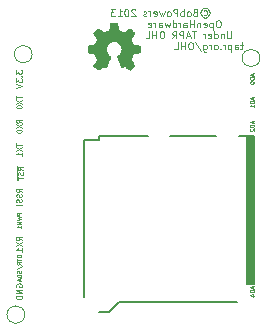
<source format=gbo>
G04 (created by PCBNEW (2013-mar-13)-testing) date Fri 18 Oct 2013 15:59:19 EST*
%MOIN*%
G04 Gerber Fmt 3.4, Leading zero omitted, Abs format*
%FSLAX34Y34*%
G01*
G70*
G90*
G04 APERTURE LIST*
%ADD10C,0.003937*%
%ADD11C,0.000100*%
%ADD12C,0.007000*%
%ADD13C,0.003445*%
%ADD14C,0.002953*%
%ADD15C,0.004921*%
G04 APERTURE END LIST*
G54D10*
X7378Y10580D02*
X7401Y10592D01*
X7446Y10592D01*
X7468Y10580D01*
X7491Y10558D01*
X7502Y10535D01*
X7502Y10491D01*
X7491Y10468D01*
X7468Y10446D01*
X7446Y10434D01*
X7401Y10434D01*
X7378Y10446D01*
X7423Y10670D02*
X7479Y10659D01*
X7535Y10625D01*
X7569Y10569D01*
X7580Y10513D01*
X7569Y10457D01*
X7535Y10401D01*
X7479Y10367D01*
X7423Y10356D01*
X7367Y10367D01*
X7311Y10401D01*
X7277Y10457D01*
X7266Y10513D01*
X7277Y10569D01*
X7311Y10625D01*
X7367Y10659D01*
X7423Y10670D01*
X7086Y10524D02*
X7052Y10513D01*
X7041Y10502D01*
X7029Y10479D01*
X7029Y10446D01*
X7041Y10423D01*
X7052Y10412D01*
X7074Y10401D01*
X7164Y10401D01*
X7164Y10637D01*
X7086Y10637D01*
X7063Y10625D01*
X7052Y10614D01*
X7041Y10592D01*
X7041Y10569D01*
X7052Y10547D01*
X7063Y10535D01*
X7086Y10524D01*
X7164Y10524D01*
X6894Y10401D02*
X6917Y10412D01*
X6928Y10423D01*
X6939Y10446D01*
X6939Y10513D01*
X6928Y10535D01*
X6917Y10547D01*
X6894Y10558D01*
X6861Y10558D01*
X6838Y10547D01*
X6827Y10535D01*
X6816Y10513D01*
X6816Y10446D01*
X6827Y10423D01*
X6838Y10412D01*
X6861Y10401D01*
X6894Y10401D01*
X6714Y10401D02*
X6714Y10637D01*
X6714Y10547D02*
X6692Y10558D01*
X6647Y10558D01*
X6624Y10547D01*
X6613Y10535D01*
X6602Y10513D01*
X6602Y10446D01*
X6613Y10423D01*
X6624Y10412D01*
X6647Y10401D01*
X6692Y10401D01*
X6714Y10412D01*
X6501Y10401D02*
X6501Y10637D01*
X6411Y10637D01*
X6388Y10625D01*
X6377Y10614D01*
X6366Y10592D01*
X6366Y10558D01*
X6377Y10535D01*
X6388Y10524D01*
X6411Y10513D01*
X6501Y10513D01*
X6231Y10401D02*
X6253Y10412D01*
X6264Y10423D01*
X6276Y10446D01*
X6276Y10513D01*
X6264Y10535D01*
X6253Y10547D01*
X6231Y10558D01*
X6197Y10558D01*
X6174Y10547D01*
X6163Y10535D01*
X6152Y10513D01*
X6152Y10446D01*
X6163Y10423D01*
X6174Y10412D01*
X6197Y10401D01*
X6231Y10401D01*
X6073Y10558D02*
X6028Y10401D01*
X5983Y10513D01*
X5938Y10401D01*
X5893Y10558D01*
X5713Y10412D02*
X5736Y10401D01*
X5781Y10401D01*
X5803Y10412D01*
X5814Y10434D01*
X5814Y10524D01*
X5803Y10547D01*
X5781Y10558D01*
X5736Y10558D01*
X5713Y10547D01*
X5702Y10524D01*
X5702Y10502D01*
X5814Y10479D01*
X5601Y10401D02*
X5601Y10558D01*
X5601Y10513D02*
X5589Y10535D01*
X5578Y10547D01*
X5556Y10558D01*
X5533Y10558D01*
X5466Y10412D02*
X5443Y10401D01*
X5398Y10401D01*
X5376Y10412D01*
X5365Y10434D01*
X5365Y10446D01*
X5376Y10468D01*
X5398Y10479D01*
X5432Y10479D01*
X5455Y10491D01*
X5466Y10513D01*
X5466Y10524D01*
X5455Y10547D01*
X5432Y10558D01*
X5398Y10558D01*
X5376Y10547D01*
X5095Y10614D02*
X5083Y10625D01*
X5061Y10637D01*
X5005Y10637D01*
X4982Y10625D01*
X4971Y10614D01*
X4960Y10592D01*
X4960Y10569D01*
X4971Y10535D01*
X5106Y10401D01*
X4960Y10401D01*
X4813Y10637D02*
X4791Y10637D01*
X4768Y10625D01*
X4757Y10614D01*
X4746Y10592D01*
X4735Y10547D01*
X4735Y10491D01*
X4746Y10446D01*
X4757Y10423D01*
X4768Y10412D01*
X4791Y10401D01*
X4813Y10401D01*
X4836Y10412D01*
X4847Y10423D01*
X4858Y10446D01*
X4870Y10491D01*
X4870Y10547D01*
X4858Y10592D01*
X4847Y10614D01*
X4836Y10625D01*
X4813Y10637D01*
X4510Y10401D02*
X4645Y10401D01*
X4577Y10401D02*
X4577Y10637D01*
X4600Y10603D01*
X4622Y10580D01*
X4645Y10569D01*
X4431Y10637D02*
X4285Y10637D01*
X4363Y10547D01*
X4330Y10547D01*
X4307Y10535D01*
X4296Y10524D01*
X4285Y10502D01*
X4285Y10446D01*
X4296Y10423D01*
X4307Y10412D01*
X4330Y10401D01*
X4397Y10401D01*
X4420Y10412D01*
X4431Y10423D01*
X7884Y10267D02*
X7839Y10267D01*
X7817Y10255D01*
X7794Y10233D01*
X7783Y10188D01*
X7783Y10109D01*
X7794Y10064D01*
X7817Y10042D01*
X7839Y10030D01*
X7884Y10030D01*
X7907Y10042D01*
X7929Y10064D01*
X7940Y10109D01*
X7940Y10188D01*
X7929Y10233D01*
X7907Y10255D01*
X7884Y10267D01*
X7682Y10188D02*
X7682Y9952D01*
X7682Y10177D02*
X7659Y10188D01*
X7614Y10188D01*
X7592Y10177D01*
X7580Y10165D01*
X7569Y10143D01*
X7569Y10075D01*
X7580Y10053D01*
X7592Y10042D01*
X7614Y10030D01*
X7659Y10030D01*
X7682Y10042D01*
X7378Y10042D02*
X7401Y10030D01*
X7446Y10030D01*
X7468Y10042D01*
X7479Y10064D01*
X7479Y10154D01*
X7468Y10177D01*
X7446Y10188D01*
X7401Y10188D01*
X7378Y10177D01*
X7367Y10154D01*
X7367Y10132D01*
X7479Y10109D01*
X7266Y10188D02*
X7266Y10030D01*
X7266Y10165D02*
X7254Y10177D01*
X7232Y10188D01*
X7198Y10188D01*
X7176Y10177D01*
X7164Y10154D01*
X7164Y10030D01*
X7052Y10030D02*
X7052Y10267D01*
X7052Y10154D02*
X6917Y10154D01*
X6917Y10030D02*
X6917Y10267D01*
X6703Y10030D02*
X6703Y10154D01*
X6714Y10177D01*
X6737Y10188D01*
X6782Y10188D01*
X6804Y10177D01*
X6703Y10042D02*
X6726Y10030D01*
X6782Y10030D01*
X6804Y10042D01*
X6816Y10064D01*
X6816Y10087D01*
X6804Y10109D01*
X6782Y10120D01*
X6726Y10120D01*
X6703Y10132D01*
X6591Y10030D02*
X6591Y10188D01*
X6591Y10143D02*
X6579Y10165D01*
X6568Y10177D01*
X6546Y10188D01*
X6523Y10188D01*
X6343Y10030D02*
X6343Y10267D01*
X6343Y10042D02*
X6366Y10030D01*
X6411Y10030D01*
X6433Y10042D01*
X6444Y10053D01*
X6456Y10075D01*
X6456Y10143D01*
X6444Y10165D01*
X6433Y10177D01*
X6411Y10188D01*
X6366Y10188D01*
X6343Y10177D01*
X6253Y10188D02*
X6208Y10030D01*
X6163Y10143D01*
X6118Y10030D01*
X6073Y10188D01*
X5882Y10030D02*
X5882Y10154D01*
X5893Y10177D01*
X5916Y10188D01*
X5961Y10188D01*
X5983Y10177D01*
X5882Y10042D02*
X5904Y10030D01*
X5961Y10030D01*
X5983Y10042D01*
X5994Y10064D01*
X5994Y10087D01*
X5983Y10109D01*
X5961Y10120D01*
X5904Y10120D01*
X5882Y10132D01*
X5769Y10030D02*
X5769Y10188D01*
X5769Y10143D02*
X5758Y10165D01*
X5747Y10177D01*
X5724Y10188D01*
X5702Y10188D01*
X5533Y10042D02*
X5556Y10030D01*
X5601Y10030D01*
X5623Y10042D01*
X5634Y10064D01*
X5634Y10154D01*
X5623Y10177D01*
X5601Y10188D01*
X5556Y10188D01*
X5533Y10177D01*
X5522Y10154D01*
X5522Y10132D01*
X5634Y10109D01*
X8289Y9897D02*
X8289Y9705D01*
X8278Y9683D01*
X8267Y9672D01*
X8244Y9660D01*
X8199Y9660D01*
X8177Y9672D01*
X8165Y9683D01*
X8154Y9705D01*
X8154Y9897D01*
X8042Y9818D02*
X8042Y9660D01*
X8042Y9795D02*
X8030Y9807D01*
X8008Y9818D01*
X7974Y9818D01*
X7952Y9807D01*
X7940Y9784D01*
X7940Y9660D01*
X7727Y9660D02*
X7727Y9897D01*
X7727Y9672D02*
X7749Y9660D01*
X7794Y9660D01*
X7817Y9672D01*
X7828Y9683D01*
X7839Y9705D01*
X7839Y9773D01*
X7828Y9795D01*
X7817Y9807D01*
X7794Y9818D01*
X7749Y9818D01*
X7727Y9807D01*
X7524Y9672D02*
X7547Y9660D01*
X7592Y9660D01*
X7614Y9672D01*
X7625Y9694D01*
X7625Y9784D01*
X7614Y9807D01*
X7592Y9818D01*
X7547Y9818D01*
X7524Y9807D01*
X7513Y9784D01*
X7513Y9762D01*
X7625Y9739D01*
X7412Y9660D02*
X7412Y9818D01*
X7412Y9773D02*
X7401Y9795D01*
X7389Y9807D01*
X7367Y9818D01*
X7344Y9818D01*
X7119Y9897D02*
X6984Y9897D01*
X7052Y9660D02*
X7052Y9897D01*
X6917Y9728D02*
X6804Y9728D01*
X6939Y9660D02*
X6861Y9897D01*
X6782Y9660D01*
X6703Y9660D02*
X6703Y9897D01*
X6613Y9897D01*
X6591Y9885D01*
X6579Y9874D01*
X6568Y9852D01*
X6568Y9818D01*
X6579Y9795D01*
X6591Y9784D01*
X6613Y9773D01*
X6703Y9773D01*
X6332Y9660D02*
X6411Y9773D01*
X6467Y9660D02*
X6467Y9897D01*
X6377Y9897D01*
X6354Y9885D01*
X6343Y9874D01*
X6332Y9852D01*
X6332Y9818D01*
X6343Y9795D01*
X6354Y9784D01*
X6377Y9773D01*
X6467Y9773D01*
X6006Y9897D02*
X5961Y9897D01*
X5938Y9885D01*
X5916Y9863D01*
X5904Y9818D01*
X5904Y9739D01*
X5916Y9694D01*
X5938Y9672D01*
X5961Y9660D01*
X6006Y9660D01*
X6028Y9672D01*
X6051Y9694D01*
X6062Y9739D01*
X6062Y9818D01*
X6051Y9863D01*
X6028Y9885D01*
X6006Y9897D01*
X5803Y9660D02*
X5803Y9897D01*
X5803Y9784D02*
X5668Y9784D01*
X5668Y9660D02*
X5668Y9897D01*
X5443Y9660D02*
X5556Y9660D01*
X5556Y9897D01*
X8683Y9448D02*
X8593Y9448D01*
X8649Y9526D02*
X8649Y9324D01*
X8638Y9302D01*
X8615Y9290D01*
X8593Y9290D01*
X8413Y9290D02*
X8413Y9414D01*
X8424Y9437D01*
X8447Y9448D01*
X8492Y9448D01*
X8514Y9437D01*
X8413Y9302D02*
X8435Y9290D01*
X8492Y9290D01*
X8514Y9302D01*
X8525Y9324D01*
X8525Y9347D01*
X8514Y9369D01*
X8492Y9380D01*
X8435Y9380D01*
X8413Y9392D01*
X8300Y9448D02*
X8300Y9212D01*
X8300Y9437D02*
X8278Y9448D01*
X8233Y9448D01*
X8210Y9437D01*
X8199Y9425D01*
X8188Y9403D01*
X8188Y9335D01*
X8199Y9313D01*
X8210Y9302D01*
X8233Y9290D01*
X8278Y9290D01*
X8300Y9302D01*
X8087Y9290D02*
X8087Y9448D01*
X8087Y9403D02*
X8075Y9425D01*
X8064Y9437D01*
X8042Y9448D01*
X8019Y9448D01*
X7940Y9313D02*
X7929Y9302D01*
X7940Y9290D01*
X7952Y9302D01*
X7940Y9313D01*
X7940Y9290D01*
X7794Y9290D02*
X7817Y9302D01*
X7828Y9313D01*
X7839Y9335D01*
X7839Y9403D01*
X7828Y9425D01*
X7817Y9437D01*
X7794Y9448D01*
X7760Y9448D01*
X7738Y9437D01*
X7727Y9425D01*
X7715Y9403D01*
X7715Y9335D01*
X7727Y9313D01*
X7738Y9302D01*
X7760Y9290D01*
X7794Y9290D01*
X7614Y9290D02*
X7614Y9448D01*
X7614Y9403D02*
X7603Y9425D01*
X7592Y9437D01*
X7569Y9448D01*
X7547Y9448D01*
X7367Y9448D02*
X7367Y9257D01*
X7378Y9234D01*
X7389Y9223D01*
X7412Y9212D01*
X7446Y9212D01*
X7468Y9223D01*
X7367Y9302D02*
X7389Y9290D01*
X7434Y9290D01*
X7457Y9302D01*
X7468Y9313D01*
X7479Y9335D01*
X7479Y9403D01*
X7468Y9425D01*
X7457Y9437D01*
X7434Y9448D01*
X7389Y9448D01*
X7367Y9437D01*
X7086Y9538D02*
X7288Y9234D01*
X6962Y9526D02*
X6917Y9526D01*
X6894Y9515D01*
X6872Y9493D01*
X6861Y9448D01*
X6861Y9369D01*
X6872Y9324D01*
X6894Y9302D01*
X6917Y9290D01*
X6962Y9290D01*
X6984Y9302D01*
X7007Y9324D01*
X7018Y9369D01*
X7018Y9448D01*
X7007Y9493D01*
X6984Y9515D01*
X6962Y9526D01*
X6759Y9290D02*
X6759Y9526D01*
X6759Y9414D02*
X6624Y9414D01*
X6624Y9290D02*
X6624Y9526D01*
X6399Y9290D02*
X6512Y9290D01*
X6512Y9526D01*
G54D11*
G36*
X3856Y8586D02*
X3866Y8590D01*
X3886Y8604D01*
X3916Y8623D01*
X3951Y8646D01*
X3986Y8670D01*
X4015Y8689D01*
X4035Y8702D01*
X4043Y8707D01*
X4048Y8705D01*
X4065Y8697D01*
X4089Y8685D01*
X4103Y8677D01*
X4125Y8668D01*
X4136Y8666D01*
X4138Y8669D01*
X4146Y8686D01*
X4159Y8715D01*
X4176Y8753D01*
X4195Y8798D01*
X4215Y8847D01*
X4236Y8896D01*
X4255Y8943D01*
X4273Y8986D01*
X4287Y9020D01*
X4296Y9044D01*
X4299Y9055D01*
X4298Y9057D01*
X4287Y9068D01*
X4268Y9082D01*
X4226Y9116D01*
X4184Y9168D01*
X4159Y9226D01*
X4151Y9292D01*
X4158Y9352D01*
X4182Y9410D01*
X4222Y9462D01*
X4271Y9501D01*
X4329Y9525D01*
X4393Y9533D01*
X4454Y9526D01*
X4514Y9503D01*
X4566Y9463D01*
X4588Y9438D01*
X4618Y9385D01*
X4636Y9329D01*
X4638Y9314D01*
X4635Y9252D01*
X4617Y9192D01*
X4584Y9139D01*
X4538Y9095D01*
X4533Y9091D01*
X4511Y9075D01*
X4497Y9064D01*
X4486Y9055D01*
X4565Y8865D01*
X4578Y8834D01*
X4600Y8782D01*
X4619Y8737D01*
X4634Y8702D01*
X4645Y8678D01*
X4649Y8668D01*
X4650Y8668D01*
X4657Y8666D01*
X4671Y8672D01*
X4698Y8685D01*
X4716Y8694D01*
X4736Y8703D01*
X4745Y8707D01*
X4753Y8703D01*
X4772Y8690D01*
X4800Y8671D01*
X4835Y8648D01*
X4867Y8626D01*
X4897Y8606D01*
X4919Y8592D01*
X4929Y8587D01*
X4931Y8587D01*
X4940Y8592D01*
X4957Y8606D01*
X4983Y8631D01*
X5020Y8667D01*
X5026Y8673D01*
X5056Y8703D01*
X5080Y8729D01*
X5097Y8747D01*
X5103Y8756D01*
X5103Y8756D01*
X5097Y8766D01*
X5084Y8788D01*
X5064Y8818D01*
X5040Y8854D01*
X4977Y8945D01*
X5011Y9032D01*
X5022Y9058D01*
X5035Y9091D01*
X5046Y9114D01*
X5051Y9124D01*
X5060Y9127D01*
X5084Y9133D01*
X5118Y9140D01*
X5159Y9147D01*
X5198Y9155D01*
X5233Y9161D01*
X5259Y9166D01*
X5270Y9168D01*
X5273Y9170D01*
X5275Y9176D01*
X5277Y9188D01*
X5278Y9209D01*
X5278Y9243D01*
X5278Y9292D01*
X5278Y9297D01*
X5278Y9344D01*
X5277Y9381D01*
X5276Y9404D01*
X5274Y9414D01*
X5274Y9414D01*
X5263Y9417D01*
X5238Y9422D01*
X5203Y9429D01*
X5161Y9437D01*
X5158Y9437D01*
X5116Y9446D01*
X5081Y9453D01*
X5057Y9458D01*
X5046Y9462D01*
X5044Y9465D01*
X5036Y9481D01*
X5024Y9507D01*
X5010Y9539D01*
X4996Y9572D01*
X4984Y9601D01*
X4976Y9623D01*
X4974Y9633D01*
X4974Y9634D01*
X4980Y9644D01*
X4995Y9665D01*
X5015Y9695D01*
X5039Y9731D01*
X5041Y9734D01*
X5065Y9769D01*
X5085Y9799D01*
X5098Y9821D01*
X5103Y9830D01*
X5103Y9831D01*
X5095Y9841D01*
X5077Y9861D01*
X5051Y9888D01*
X5020Y9920D01*
X5010Y9929D01*
X4976Y9963D01*
X4952Y9985D01*
X4937Y9997D01*
X4930Y9999D01*
X4929Y9999D01*
X4919Y9993D01*
X4896Y9978D01*
X4866Y9958D01*
X4830Y9933D01*
X4828Y9931D01*
X4792Y9907D01*
X4763Y9887D01*
X4742Y9874D01*
X4733Y9868D01*
X4731Y9868D01*
X4717Y9872D01*
X4691Y9881D01*
X4660Y9893D01*
X4628Y9906D01*
X4598Y9919D01*
X4576Y9929D01*
X4565Y9935D01*
X4565Y9935D01*
X4561Y9948D01*
X4555Y9975D01*
X4547Y10011D01*
X4539Y10054D01*
X4538Y10061D01*
X4530Y10104D01*
X4523Y10139D01*
X4518Y10163D01*
X4516Y10173D01*
X4510Y10174D01*
X4489Y10175D01*
X4458Y10176D01*
X4419Y10177D01*
X4380Y10176D01*
X4341Y10176D01*
X4307Y10174D01*
X4283Y10173D01*
X4273Y10171D01*
X4273Y10170D01*
X4269Y10157D01*
X4264Y10131D01*
X4256Y10094D01*
X4248Y10050D01*
X4246Y10043D01*
X4238Y10001D01*
X4231Y9966D01*
X4226Y9942D01*
X4224Y9933D01*
X4220Y9931D01*
X4202Y9923D01*
X4174Y9912D01*
X4139Y9898D01*
X4058Y9865D01*
X3959Y9933D01*
X3950Y9939D01*
X3914Y9963D01*
X3884Y9983D01*
X3864Y9996D01*
X3856Y10001D01*
X3855Y10001D01*
X3845Y9992D01*
X3825Y9974D01*
X3798Y9947D01*
X3767Y9916D01*
X3744Y9893D01*
X3716Y9865D01*
X3699Y9846D01*
X3690Y9834D01*
X3686Y9827D01*
X3687Y9822D01*
X3693Y9812D01*
X3708Y9790D01*
X3729Y9760D01*
X3753Y9725D01*
X3773Y9695D01*
X3794Y9662D01*
X3808Y9638D01*
X3813Y9627D01*
X3812Y9622D01*
X3805Y9602D01*
X3793Y9573D01*
X3778Y9538D01*
X3744Y9459D01*
X3692Y9449D01*
X3661Y9443D01*
X3617Y9435D01*
X3575Y9427D01*
X3510Y9414D01*
X3508Y9175D01*
X3518Y9170D01*
X3527Y9168D01*
X3552Y9162D01*
X3586Y9155D01*
X3627Y9148D01*
X3662Y9141D01*
X3697Y9135D01*
X3722Y9130D01*
X3733Y9127D01*
X3736Y9124D01*
X3744Y9107D01*
X3757Y9080D01*
X3771Y9047D01*
X3785Y9014D01*
X3797Y8983D01*
X3806Y8959D01*
X3809Y8947D01*
X3804Y8938D01*
X3791Y8917D01*
X3772Y8888D01*
X3748Y8853D01*
X3724Y8818D01*
X3704Y8788D01*
X3690Y8767D01*
X3684Y8757D01*
X3687Y8751D01*
X3701Y8734D01*
X3727Y8707D01*
X3766Y8668D01*
X3773Y8662D01*
X3804Y8632D01*
X3830Y8608D01*
X3848Y8592D01*
X3856Y8586D01*
X3856Y8586D01*
G37*
G54D12*
X8854Y6401D02*
X8854Y1499D01*
X8893Y1480D02*
X8893Y6421D01*
X8992Y6401D02*
X8992Y1499D01*
X9051Y6421D02*
X8952Y6421D01*
X9051Y1480D02*
X9051Y6421D01*
X8814Y1480D02*
X8814Y6421D01*
X9051Y1480D02*
X8814Y1480D01*
X3874Y6421D02*
X3874Y6263D01*
X3381Y1047D02*
X3381Y6263D01*
X3381Y6263D02*
X3874Y6263D01*
X8480Y869D02*
X4543Y869D01*
X4543Y869D02*
X4208Y535D01*
X4208Y535D02*
X3874Y535D01*
X5507Y6421D02*
X3874Y6421D01*
X7791Y6421D02*
X6255Y6421D01*
X8952Y6421D02*
X8539Y6421D01*
X8952Y1480D02*
X8952Y6421D01*
G54D10*
X1657Y9133D02*
G75*
G03X1657Y9133I-295J0D01*
G74*
G01*
X1409Y452D02*
G75*
G03X1409Y452I-295J0D01*
G74*
G01*
X9251Y9007D02*
G75*
G03X9251Y9007I-295J0D01*
G74*
G01*
G54D13*
X9011Y1395D02*
X9011Y1329D01*
X9050Y1408D02*
X8912Y1362D01*
X9050Y1316D01*
X9050Y1270D02*
X8912Y1270D01*
X8912Y1237D01*
X8919Y1218D01*
X8932Y1204D01*
X8945Y1198D01*
X8971Y1191D01*
X8991Y1191D01*
X9017Y1198D01*
X9030Y1204D01*
X9043Y1218D01*
X9050Y1237D01*
X9050Y1270D01*
X8958Y1073D02*
X9050Y1073D01*
X8906Y1106D02*
X9004Y1139D01*
X9004Y1054D01*
X9011Y6907D02*
X9011Y6841D01*
X9050Y6920D02*
X8912Y6874D01*
X9050Y6828D01*
X9050Y6782D02*
X8912Y6782D01*
X8912Y6749D01*
X8919Y6730D01*
X8932Y6716D01*
X8945Y6710D01*
X8971Y6703D01*
X8991Y6703D01*
X9017Y6710D01*
X9030Y6716D01*
X9043Y6730D01*
X9050Y6749D01*
X9050Y6782D01*
X8925Y6651D02*
X8919Y6644D01*
X8912Y6631D01*
X8912Y6598D01*
X8919Y6585D01*
X8925Y6579D01*
X8938Y6572D01*
X8952Y6572D01*
X8971Y6579D01*
X9050Y6657D01*
X9050Y6572D01*
G54D14*
X9011Y7695D02*
X9011Y7629D01*
X9050Y7708D02*
X8912Y7662D01*
X9050Y7616D01*
X9050Y7570D02*
X8912Y7570D01*
X8912Y7537D01*
X8919Y7518D01*
X8932Y7504D01*
X8945Y7498D01*
X8971Y7491D01*
X8991Y7491D01*
X9017Y7498D01*
X9030Y7504D01*
X9043Y7518D01*
X9050Y7537D01*
X9050Y7570D01*
X9050Y7360D02*
X9050Y7439D01*
X9050Y7400D02*
X8912Y7400D01*
X8932Y7413D01*
X8945Y7426D01*
X8952Y7439D01*
X9011Y8482D02*
X9011Y8416D01*
X9050Y8495D02*
X8912Y8449D01*
X9050Y8403D01*
X9050Y8357D02*
X8912Y8357D01*
X8912Y8324D01*
X8919Y8305D01*
X8932Y8291D01*
X8945Y8285D01*
X8971Y8278D01*
X8991Y8278D01*
X9017Y8285D01*
X9030Y8291D01*
X9043Y8305D01*
X9050Y8324D01*
X9050Y8357D01*
X8912Y8193D02*
X8912Y8180D01*
X8919Y8167D01*
X8925Y8160D01*
X8938Y8154D01*
X8965Y8147D01*
X8998Y8147D01*
X9024Y8154D01*
X9037Y8160D01*
X9043Y8167D01*
X9050Y8180D01*
X9050Y8193D01*
X9043Y8206D01*
X9037Y8213D01*
X9024Y8219D01*
X8998Y8226D01*
X8965Y8226D01*
X8938Y8219D01*
X8925Y8213D01*
X8919Y8206D01*
X8912Y8193D01*
G54D15*
X1124Y8605D02*
X1124Y8483D01*
X1199Y8549D01*
X1199Y8521D01*
X1208Y8502D01*
X1218Y8493D01*
X1236Y8483D01*
X1283Y8483D01*
X1302Y8493D01*
X1311Y8502D01*
X1321Y8521D01*
X1321Y8577D01*
X1311Y8596D01*
X1302Y8605D01*
X1302Y8399D02*
X1311Y8389D01*
X1321Y8399D01*
X1311Y8408D01*
X1302Y8399D01*
X1321Y8399D01*
X1124Y8324D02*
X1124Y8202D01*
X1199Y8268D01*
X1199Y8239D01*
X1208Y8221D01*
X1218Y8211D01*
X1236Y8202D01*
X1283Y8202D01*
X1302Y8211D01*
X1311Y8221D01*
X1321Y8239D01*
X1321Y8296D01*
X1311Y8314D01*
X1302Y8324D01*
X1124Y8146D02*
X1321Y8080D01*
X1124Y8014D01*
G54D13*
X1135Y7747D02*
X1135Y7646D01*
X1312Y7696D02*
X1135Y7696D01*
X1135Y7603D02*
X1312Y7485D01*
X1135Y7485D02*
X1312Y7603D01*
X1135Y7384D02*
X1135Y7367D01*
X1143Y7350D01*
X1152Y7342D01*
X1169Y7333D01*
X1202Y7325D01*
X1244Y7325D01*
X1278Y7333D01*
X1295Y7342D01*
X1303Y7350D01*
X1312Y7367D01*
X1312Y7384D01*
X1303Y7401D01*
X1295Y7409D01*
X1278Y7418D01*
X1244Y7426D01*
X1202Y7426D01*
X1169Y7418D01*
X1152Y7409D01*
X1143Y7401D01*
X1135Y7384D01*
X1312Y6853D02*
X1228Y6912D01*
X1312Y6955D02*
X1135Y6955D01*
X1135Y6887D01*
X1143Y6870D01*
X1152Y6862D01*
X1169Y6853D01*
X1194Y6853D01*
X1211Y6862D01*
X1219Y6870D01*
X1228Y6887D01*
X1228Y6955D01*
X1135Y6794D02*
X1312Y6676D01*
X1135Y6676D02*
X1312Y6794D01*
X1135Y6575D02*
X1135Y6558D01*
X1143Y6541D01*
X1152Y6533D01*
X1169Y6524D01*
X1202Y6516D01*
X1244Y6516D01*
X1278Y6524D01*
X1295Y6533D01*
X1303Y6541D01*
X1312Y6558D01*
X1312Y6575D01*
X1303Y6592D01*
X1295Y6600D01*
X1278Y6609D01*
X1244Y6617D01*
X1202Y6617D01*
X1169Y6609D01*
X1152Y6600D01*
X1143Y6592D01*
X1135Y6575D01*
X1135Y6172D02*
X1135Y6071D01*
X1312Y6121D02*
X1135Y6121D01*
X1135Y6028D02*
X1312Y5910D01*
X1135Y5910D02*
X1312Y6028D01*
X1312Y5750D02*
X1312Y5851D01*
X1312Y5801D02*
X1135Y5801D01*
X1160Y5817D01*
X1177Y5834D01*
X1185Y5851D01*
X1351Y5261D02*
X1267Y5321D01*
X1351Y5363D02*
X1174Y5363D01*
X1174Y5295D01*
X1183Y5278D01*
X1191Y5270D01*
X1208Y5261D01*
X1233Y5261D01*
X1250Y5270D01*
X1258Y5278D01*
X1267Y5295D01*
X1267Y5363D01*
X1343Y5194D02*
X1351Y5169D01*
X1351Y5126D01*
X1343Y5110D01*
X1334Y5101D01*
X1318Y5093D01*
X1301Y5093D01*
X1284Y5101D01*
X1275Y5110D01*
X1267Y5126D01*
X1258Y5160D01*
X1250Y5177D01*
X1242Y5186D01*
X1225Y5194D01*
X1208Y5194D01*
X1191Y5186D01*
X1183Y5177D01*
X1174Y5160D01*
X1174Y5118D01*
X1183Y5093D01*
X1174Y5042D02*
X1174Y4941D01*
X1351Y4992D02*
X1174Y4992D01*
X1144Y5405D02*
X1144Y4924D01*
X1312Y4534D02*
X1228Y4593D01*
X1312Y4635D02*
X1135Y4635D01*
X1135Y4567D01*
X1143Y4550D01*
X1152Y4542D01*
X1169Y4534D01*
X1194Y4534D01*
X1211Y4542D01*
X1219Y4550D01*
X1228Y4567D01*
X1228Y4635D01*
X1303Y4466D02*
X1312Y4441D01*
X1312Y4399D01*
X1303Y4382D01*
X1295Y4373D01*
X1278Y4365D01*
X1261Y4365D01*
X1244Y4373D01*
X1236Y4382D01*
X1228Y4399D01*
X1219Y4432D01*
X1211Y4449D01*
X1202Y4458D01*
X1185Y4466D01*
X1169Y4466D01*
X1152Y4458D01*
X1143Y4449D01*
X1135Y4432D01*
X1135Y4390D01*
X1143Y4365D01*
X1303Y4297D02*
X1312Y4272D01*
X1312Y4230D01*
X1303Y4213D01*
X1295Y4205D01*
X1278Y4196D01*
X1261Y4196D01*
X1244Y4205D01*
X1236Y4213D01*
X1228Y4230D01*
X1219Y4264D01*
X1211Y4280D01*
X1202Y4289D01*
X1185Y4297D01*
X1169Y4297D01*
X1152Y4289D01*
X1143Y4280D01*
X1135Y4264D01*
X1135Y4221D01*
X1143Y4196D01*
X1312Y4120D02*
X1135Y4120D01*
X1294Y3850D02*
X1156Y3850D01*
X1156Y3797D01*
X1163Y3784D01*
X1169Y3777D01*
X1183Y3771D01*
X1202Y3771D01*
X1215Y3777D01*
X1222Y3784D01*
X1229Y3797D01*
X1229Y3850D01*
X1156Y3725D02*
X1294Y3692D01*
X1196Y3666D01*
X1294Y3640D01*
X1156Y3607D01*
X1294Y3554D02*
X1156Y3554D01*
X1255Y3508D01*
X1156Y3463D01*
X1294Y3463D01*
X1294Y3325D02*
X1294Y3403D01*
X1294Y3364D02*
X1156Y3364D01*
X1176Y3377D01*
X1189Y3390D01*
X1196Y3403D01*
G54D15*
X1321Y2929D02*
X1227Y2995D01*
X1321Y3041D02*
X1124Y3041D01*
X1124Y2967D01*
X1133Y2948D01*
X1143Y2938D01*
X1161Y2929D01*
X1190Y2929D01*
X1208Y2938D01*
X1218Y2948D01*
X1227Y2967D01*
X1227Y3041D01*
X1124Y2863D02*
X1321Y2732D01*
X1124Y2732D02*
X1321Y2863D01*
X1321Y2554D02*
X1321Y2667D01*
X1321Y2610D02*
X1124Y2610D01*
X1152Y2629D01*
X1171Y2648D01*
X1180Y2667D01*
G54D13*
X1294Y2439D02*
X1156Y2439D01*
X1156Y2406D01*
X1163Y2386D01*
X1176Y2373D01*
X1189Y2367D01*
X1215Y2360D01*
X1235Y2360D01*
X1261Y2367D01*
X1274Y2373D01*
X1288Y2386D01*
X1294Y2406D01*
X1294Y2439D01*
X1156Y2321D02*
X1156Y2242D01*
X1294Y2281D02*
X1156Y2281D01*
X1294Y2117D02*
X1229Y2163D01*
X1294Y2196D02*
X1156Y2196D01*
X1156Y2143D01*
X1163Y2130D01*
X1169Y2124D01*
X1183Y2117D01*
X1202Y2117D01*
X1215Y2124D01*
X1222Y2130D01*
X1229Y2143D01*
X1229Y2196D01*
X1150Y1960D02*
X1327Y2078D01*
X1288Y1920D02*
X1294Y1901D01*
X1294Y1868D01*
X1288Y1855D01*
X1281Y1848D01*
X1268Y1842D01*
X1255Y1842D01*
X1242Y1848D01*
X1235Y1855D01*
X1229Y1868D01*
X1222Y1894D01*
X1215Y1907D01*
X1209Y1914D01*
X1196Y1920D01*
X1183Y1920D01*
X1169Y1914D01*
X1163Y1907D01*
X1156Y1894D01*
X1156Y1861D01*
X1163Y1842D01*
X1294Y1783D02*
X1156Y1783D01*
X1156Y1750D01*
X1163Y1730D01*
X1176Y1717D01*
X1189Y1710D01*
X1215Y1704D01*
X1235Y1704D01*
X1261Y1710D01*
X1274Y1717D01*
X1288Y1730D01*
X1294Y1750D01*
X1294Y1783D01*
X1255Y1651D02*
X1255Y1586D01*
X1294Y1664D02*
X1156Y1618D01*
X1294Y1573D01*
G54D15*
X1133Y1377D02*
X1124Y1396D01*
X1124Y1424D01*
X1133Y1452D01*
X1152Y1471D01*
X1171Y1481D01*
X1208Y1490D01*
X1236Y1490D01*
X1274Y1481D01*
X1293Y1471D01*
X1311Y1452D01*
X1321Y1424D01*
X1321Y1406D01*
X1311Y1377D01*
X1302Y1368D01*
X1236Y1368D01*
X1236Y1406D01*
X1321Y1284D02*
X1124Y1284D01*
X1321Y1171D01*
X1124Y1171D01*
X1321Y1077D02*
X1124Y1077D01*
X1124Y1031D01*
X1133Y1002D01*
X1152Y984D01*
X1171Y974D01*
X1208Y965D01*
X1236Y965D01*
X1274Y974D01*
X1293Y984D01*
X1311Y1002D01*
X1321Y1031D01*
X1321Y1077D01*
M02*

</source>
